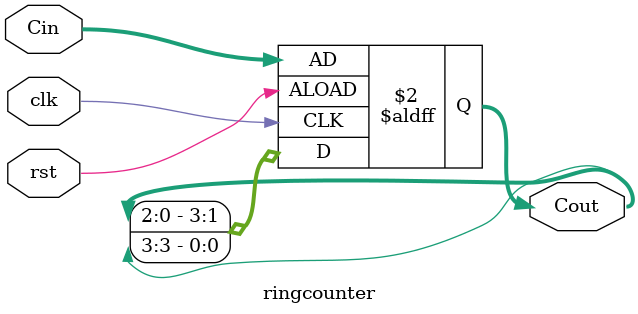
<source format=v>
`timescale 1ns / 1ps


module ringcounter(Cin,Cout ,rst ,clk );
input clk,rst ;
input [3:0] Cin ;
output reg [3:0] Cout ;
always @(posedge clk or posedge rst)
if(rst)
Cout=Cin;
else 
Cout = {Cout[2:0],Cout[3]};
endmodule

</source>
